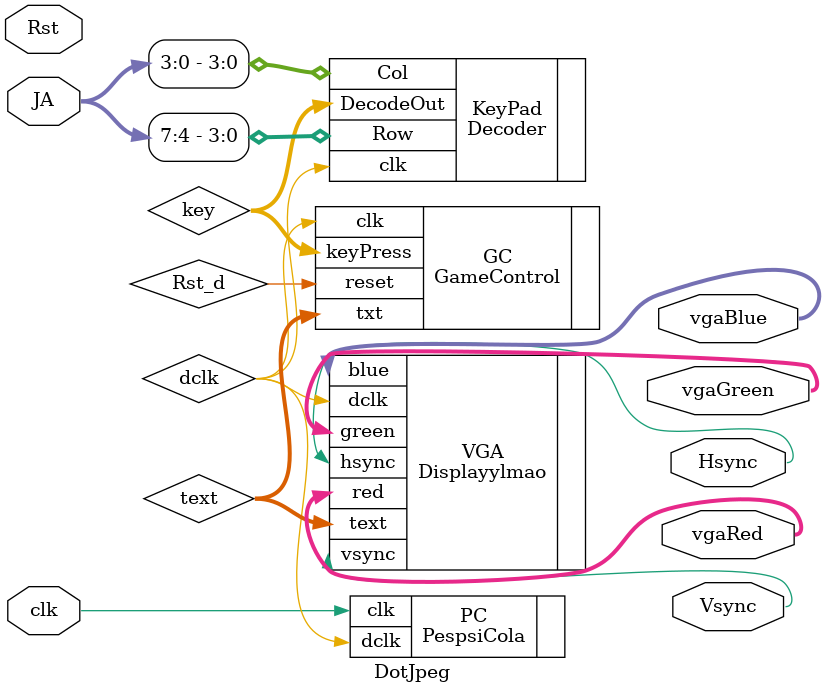
<source format=v>
`timescale 1ns / 1ps

// This is the tippiest toppiest level bruhh
module DotJpeg(
    input wire clk,
    input wire Rst,
    inout [7:0] JA,
    output wire [2:0] vgaRed,	//red vga output - 3 bits
	output wire [2:0] vgaGreen, //green vga output - 3 bits
	output wire [1:0] vgaBlue,	//blue vga output - 2 bits
	output wire Hsync,		    //horizontal sync out
	output wire Vsync			//vertical sync out
    );
    
    wire dclk;
    wire Rst_d;
    wire [3:0] key;
    wire [160:0] text;
    
	PespsiCola PC (
        .clk(clk),
        .dclk(dclk)
    );
    
    
    // keypad input
    Decoder KeyPad(
		.clk(dclk),
		.Row(JA[7:4]),
		.Col(JA[3:0]),
		.DecodeOut(key)
	);
    
    // game logic controller
    GameControl GC(
        .reset(Rst_d),
        .keyPress(key),
		.clk(dclk),
        .txt(text)
    );
    
    // VGA controller
    Displayylmao VGA(
        .dclk(dclk),
        .text(text),
        .hsync(Hsync),
        .vsync(Vsync),
        .red(vgaRed),
        .green(vgaGreen),
        .blue(vgaBlue)
	);
endmodule

</source>
